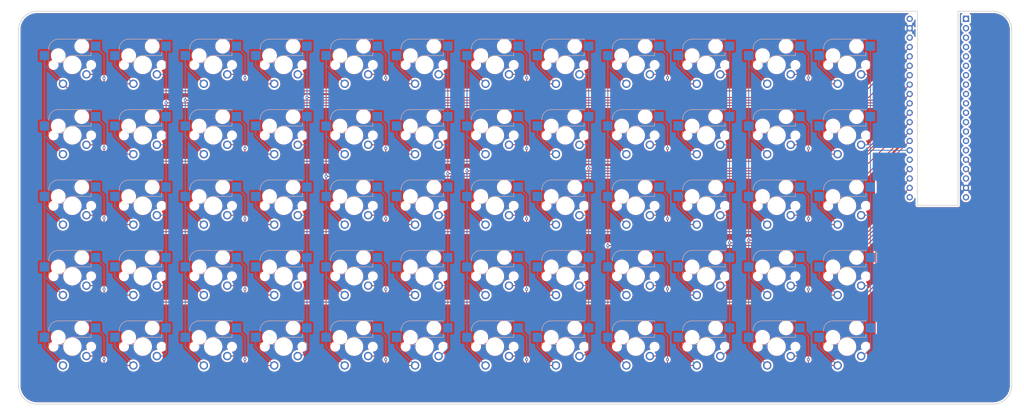
<source format=kicad_pcb>
(kicad_pcb (version 20211014) (generator pcbnew)
  (layers (0 "F.Cu" signal) (31 "B.Cu" signal) (34 "B.Paste" user) (35 "F.Paste" user) (36 "B.SilkS" user "B.Silkscreen") (37 "F.SilkS" user "F.Silkscreen") (38 "B.Mask" user) (39 "F.Mask" user) (44 "Edge.Cuts" user))
  (net 0 "")
  (net 1 "/ROW 0")
  (net 2 "/ROW 1")
  (net 3 "/ROW 2")
  (net 4 "/ROW 3")
  (net 5 "/ROW 4")
  (net 6 "Net-(D12-Pad1)")
  (net 7 "Net-(D17-Pad1)")
  (net 8 "Net-(D17-Pad2)")
  (net 9 "/COL 0")
  (net 10 "/COL 1")
  (net 11 "/COL 2")
  (net 12 "/COL 3")
  (net 13 "/COL 4")
  (net 14 "/COL 5")
  (net 15 "/COL 6")
  (net 16 "/COL 7")
  (net 17 "/COL 8")
  (net 18 "/COL 9")
  (net 19 "/COL 10")
  (net 20 "/COL 11")
  (net 21 "/UART1_TX")
  (net 22 "/UART1_RX")
  (net 25 "/SCL1")
  (net 26 "/SDA1")
  (net 28 "GND")
  (net 29 "+3V3")
  (net 31 "/~{RST}")
  (net 34 "Net-(D1-Pad1)")
  (net 35 "Net-(D1-Pad2)")
  (net 36 "Net-(D2-Pad1)")
  (net 37 "Net-(D2-Pad2)")
  (net 38 "Net-(D3-Pad1)")
  (net 39 "Net-(D3-Pad2)")
  (net 40 "Net-(D4-Pad1)")
  (net 41 "Net-(D4-Pad2)")
  (net 42 "Net-(D5-Pad1)")
  (net 43 "Net-(D5-Pad2)")
  (net 44 "Net-(D6-Pad1)")
  (net 45 "Net-(D6-Pad2)")
  (net 46 "Net-(D7-Pad1)")
  (net 47 "Net-(D7-Pad2)")
  (net 48 "Net-(D8-Pad1)")
  (net 49 "Net-(D8-Pad2)")
  (net 50 "Net-(D9-Pad1)")
  (net 51 "Net-(D9-Pad2)")
  (net 52 "Net-(D10-Pad1)")
  (net 53 "Net-(D10-Pad2)")
  (net 54 "Net-(D11-Pad1)")
  (net 55 "Net-(D11-Pad2)")
  (net 56 "Net-(D12-Pad2)")
  (net 57 "Net-(D13-Pad1)")
  (net 58 "Net-(D13-Pad2)")
  (net 59 "Net-(D14-Pad1)")
  (net 60 "Net-(D14-Pad2)")
  (net 61 "Net-(D15-Pad1)")
  (net 62 "Net-(D15-Pad2)")
  (net 63 "Net-(D16-Pad1)")
  (net 64 "Net-(D16-Pad2)")
  (net 65 "Net-(D18-Pad1)")
  (net 66 "Net-(D18-Pad2)")
  (net 67 "Net-(D19-Pad1)")
  (net 68 "Net-(D19-Pad2)")
  (net 69 "Net-(D20-Pad1)")
  (net 70 "Net-(D20-Pad2)")
  (net 71 "Net-(D21-Pad1)")
  (net 72 "Net-(D21-Pad2)")
  (net 73 "Net-(D22-Pad1)")
  (net 74 "Net-(D22-Pad2)")
  (net 75 "Net-(D23-Pad1)")
  (net 76 "Net-(D23-Pad2)")
  (net 77 "Net-(D24-Pad1)")
  (net 78 "Net-(D24-Pad2)")
  (net 79 "Net-(D25-Pad1)")
  (net 80 "Net-(D25-Pad2)")
  (net 81 "Net-(D26-Pad1)")
  (net 82 "Net-(D26-Pad2)")
  (net 83 "Net-(D27-Pad1)")
  (net 84 "Net-(D27-Pad2)")
  (net 85 "Net-(D28-Pad1)")
  (net 86 "Net-(D28-Pad2)")
  (net 87 "Net-(D29-Pad1)")
  (net 88 "Net-(D29-Pad2)")
  (net 89 "Net-(D30-Pad1)")
  (net 90 "Net-(D30-Pad2)")
  (footprint "scottcjx-keyboard_components:SOT-23" (layer "F.Cu") (at 228.6 53.6875 -90)
    (fp_text reference "D12" hide)
    (fp_text value "BAT54C")
  )
  (footprint "scottcjx-keyboard_components:MX_HS_Optional" (layer "F.Cu") (at 104.775 104.775)
    (fp_text reference "SW53")
    (fp_text value "SW_SPST" hide)
  )
  (footprint "scottcjx-keyboard_components:MX_HS_Optional" (layer "F.Cu") (at 104.775 85.725)
    (fp_text reference "SW41")
    (fp_text value "SW_SPST" hide)
  )
  (footprint "scottcjx-keyboard_components:SOT-23" (layer "F.Cu") (at 190.5 53.6875 -90)
    (fp_text reference "D11" hide)
    (fp_text value "BAT54C")
  )
  (footprint "scottcjx-keyboard_components:MX_HS_Optional" (layer "F.Cu") (at 142.875 66.675)
    (fp_text reference "SW31")
    (fp_text value "SW_SPST" hide)
  )
  (footprint "scottcjx-keyboard_components:MX_HS_Optional" (layer "F.Cu") (at 66.675 104.775)
    (fp_text reference "SW51")
    (fp_text value "SW_SPST" hide)
  )
  (footprint "scottcjx-keyboard_components:MX_HS_Optional" (layer "F.Cu") (at 85.725 85.725)
    (fp_text reference "SW40")
    (fp_text value "SW_SPST" hide)
  )
  (footprint "scottcjx-keyboard_components:MX_HS_Optional" (layer "F.Cu") (at 180.975 85.725)
    (fp_text reference "SW45")
    (fp_text value "SW_SPST" hide)
  )
  (footprint "scottcjx-keyboard_components:MX_HS_Optional" (layer "F.Cu") (at 200.025 104.775)
    (fp_text reference "SW58")
    (fp_text value "SW_SPST" hide)
  )
  (footprint "scottcjx-keyboard_components:MX_HS_Optional" (layer "F.Cu") (at 47.625 66.675)
    (fp_text reference "SW26")
    (fp_text value "SW_SPST" hide)
  )
  (footprint "scottcjx-keyboard_components:SOT-23" (layer "F.Cu") (at 152.4 110.8375 -90)
    (fp_text reference "D28" hide)
    (fp_text value "BAT54C")
  )
  (footprint "scottcjx-keyboard_components:SOT-23" (layer "F.Cu") (at 38.1 72.7375 -90)
    (fp_text reference "D13" hide)
    (fp_text value "BAT54C")
  )
  (footprint "scottcjx-keyboard_components:MX_HS_Optional" (layer "F.Cu") (at 104.775 66.675)
    (fp_text reference "SW29")
    (fp_text value "SW_SPST" hide)
  )
  (footprint "scottcjx-keyboard_components:SOT-23" (layer "F.Cu") (at 114.3 110.8375 -90)
    (fp_text reference "D27" hide)
    (fp_text value "BAT54C")
  )
  (footprint "scottcjx-keyboard_components:MX_HS_Optional" (layer "F.Cu") (at 123.825 47.625)
    (fp_text reference "SW18")
    (fp_text value "SW_SPST" hide)
  )
  (footprint "scottcjx-keyboard_components:MX_HS_Optional" (layer "F.Cu") (at 66.675 85.725)
    (fp_text reference "SW39")
    (fp_text value "SW_SPST" hide)
  )
  (footprint "scottcjx-keyboard_components:MX_HS_Optional" (layer "F.Cu") (at 161.925 47.625)
    (fp_text reference "SW20")
    (fp_text value "SW_SPST" hide)
  )
  (footprint "scottcjx-keyboard_components:MX_HS_Optional" (layer "F.Cu") (at 104.775 28.575)
    (fp_text reference "SW5")
    (fp_text value "SW_SPST" hide)
  )
  (footprint "scottcjx-keyboard_components:MX_HS_Optional" (layer "F.Cu") (at 66.675 47.625)
    (fp_text reference "SW15")
    (fp_text value "SW_SPST" hide)
  )
  (footprint "scottcjx-keyboard_components:SOT-23" (layer "F.Cu") (at 38.1 91.7875 -90)
    (fp_text reference "D19" hide)
    (fp_text value "BAT54C")
  )
  (footprint "scottcjx-keyboard_components:MX_HS_Optional" (layer "F.Cu") (at 142.875 85.725)
    (fp_text reference "SW43")
    (fp_text value "SW_SPST" hide)
  )
  (footprint "scottcjx-keyboard_components:MX_HS_Optional" (layer "F.Cu") (at 123.825 85.725)
    (fp_text reference "SW42")
    (fp_text value "SW_SPST" hide)
  )
  (footprint "scottcjx-keyboard_components:MX_HS_Optional" (layer "F.Cu") (at 28.575 47.625)
    (fp_text reference "SW13")
    (fp_text value "SW_SPST" hide)
  )
  (footprint "scottcjx-keyboard_components:MX_HS_Optional" (layer "F.Cu") (at 85.725 104.775)
    (fp_text reference "SW52")
    (fp_text value "SW_SPST" hide)
  )
  (footprint "scottcjx-keyboard_components:SOT-23" (layer "F.Cu") (at 76.2 91.7875 -90)
    (fp_text reference "D20" hide)
    (fp_text value "BAT54C")
  )
  (footprint "scottcjx-keyboard_components:MX_HS_Optional" (layer "F.Cu") (at 219.075 104.775)
    (fp_text reference "SW59")
    (fp_text value "SW_SPST" hide)
  )
  (footprint "scottcjx-keyboard_components:MX_HS_Optional" (layer "F.Cu") (at 200.025 66.675)
    (fp_text reference "SW34")
    (fp_text value "SW_SPST" hide)
  )
  (footprint "scottcjx-keyboard_components:MX_HS_Optional" (layer "F.Cu") (at 200.025 85.725)
    (fp_text reference "SW46")
    (fp_text value "SW_SPST" hide)
  )
  (footprint "scottcjx-keyboard_components:MX_HS_Optional" (layer "F.Cu") (at 180.975 104.775)
    (fp_text reference "SW57")
    (fp_text value "SW_SPST" hide)
  )
  (footprint "scottcjx-graphics:muffin_glasses_fp" (layer "F.Cu") (at 262.6 95.1)
    (fp_text reference "G***" hide)
    (fp_text value "LOGO" hide)
  )
  (footprint "scottcjx-keyboard_components:MX_HS_Optional" (layer "F.Cu") (at 219.075 47.625)
    (fp_text reference "SW23")
    (fp_text value "SW_SPST" hide)
  )
  (footprint "scottcjx-keyboard_components:SOT-23" (layer "F.Cu") (at 76.2 110.8375 -90)
    (fp_text reference "D26" hide)
    (fp_text value "BAT54C")
  )
  (footprint "scottcjx-keyboard_components:MX_HS_Optional" (layer "F.Cu") (at 219.075 28.575)
    (fp_text reference "SW11")
    (fp_text value "SW_SPST" hide)
  )
  (footprint "scottcjx-keyboard_components:MX_HS_Optional" (layer "F.Cu") (at 104.775 47.625)
    (fp_text reference "SW17")
    (fp_text value "SW_SPST" hide)
  )
  (footprint "scottcjx-keyboard_components:MX_HS_Optional" (layer "F.Cu") (at 47.625 85.725)
    (fp_text reference "SW38")
    (fp_text value "SW_SPST" hide)
  )
  (footprint "scottcjx-keyboard_components:MX_HS_Optional" (layer "F.Cu") (at 161.925 66.675)
    (fp_text reference "SW32")
    (fp_text value "SW_SPST" hide)
  )
  (footprint "scottcjx-keyboard_components:SOT-23" (layer "F.Cu") (at 76.2 34.6375 -90)
    (fp_text reference "D2" hide)
    (fp_text value "BAT54C")
  )
  (footprint "scottcjx-keyboard_components:MX_HS_Optional" (layer "F.Cu") (at 123.825 28.575)
    (fp_text reference "SW6")
    (fp_text value "SW_SPST" hide)
  )
  (footprint "scottcjx-keyboard_components:SOT-23" (layer "F.Cu") (at 114.3 53.6875 -90)
    (fp_text reference "D9" hide)
    (fp_text value "BAT54C")
  )
  (footprint "scottcjx-keyboard_components:SOT-23" (layer "F.Cu") (at 228.6 34.6375 -90)
    (fp_text reference "D6" hide)
    (fp_text value "BAT54C")
  )
  (footprint "scottcjx-keyboard_components:MX_HS_Optional" (layer "F.Cu") (at 142.875 47.625)
    (fp_text reference "SW19")
    (fp_text value "SW_SPST" hide)
  )
  (footprint "scottcjx-keyboard_components:MX_HS_Optional" (layer "F.Cu") (at 123.825 66.675)
    (fp_text reference "SW30")
    (fp_text value "SW_SPST" hide)
  )
  (footprint "scottcjx-keyboard_components:MX_HS_Optional" (layer "F.Cu") (at 200.025 47.625)
    (fp_text reference "SW22")
    (fp_text value "SW_SPST" hide)
  )
  (footprint "scottcjx-keyboard_components:MX_HS_Optional" (layer "F.Cu") (at 238.125 47.625)
    (fp_text reference "SW24")
    (fp_text value "SW_SPST" hide)
  )
  (footprint "scottcjx-keyboard_components:MX_HS_Optional" (layer "F.Cu") (at 238.125 66.675)
    (fp_text reference "SW36")
    (fp_text value "SW_SPST" hide)
  )
  (footprint "scottcjx-keyboard_components:SOT-23" (layer "F.Cu") (at 152.4 72.7375 -90)
    (fp_text reference "D16" hide)
    (fp_text value "BAT54C")
  )
  (footprint "scottcjx-keyboard_components:SOT-23" (layer "F.Cu") (at 228.6 110.8375 -90)
    (fp_text reference "D30" hide)
    (fp_text value "BAT54C")
  )
  (footprint "scottcjx-keyboard_components:MX_HS_Optional" (layer "F.Cu") (at 219.075 85.725)
    (fp_text reference "SW47")
    (fp_text value "SW_SPST" hide)
  )
  (footprint "scottcjx-keyboard_components:MX_HS_Optional" (layer "F.Cu") (at 66.675 28.575)
    (fp_text reference "SW3")
    (fp_text value "SW_SPST" hide)
  )
  (footprint "scottcjx-keyboard_components:SOT-23" (layer "F.Cu") (at 114.3 91.7875 -90)
    (fp_text reference "D21" hide)
    (fp_text value "BAT54C")
  )
  (footprint "scottcjx-keyboard_components:MX_HS_Optional" (layer "F.Cu") (at 180.975 66.675)
    (fp_text reference "SW33")
    (fp_text value "SW_SPST" hide)
  )
  (footprint "scottcjx-keyboard_components:MX_HS_Optional" (layer "F.Cu") (at 28.575 85.725)
    (fp_text reference "SW37")
    (fp_text value "SW_SPST" hide)
  )
  (footprint "scottcjx-keyboard_components:MX_HS_Optional" (layer "F.Cu") (at 142.875 28.575)
    (fp_text reference "SW7")
    (fp_text value "SW_SPST" hide)
  )
  (footprint "scottcjx-keyboard_components:SOT-23" (layer "F.Cu") (at 114.3 34.6375 -90)
    (fp_text reference "D3" hide)
    (fp_text value "BAT54C")
  )
  (footprint "scottcjx-keyboard_components:SOT-23" (layer "F.Cu") (at 76.2 53.6875 -90)
    (fp_text reference "D8" hide)
    (fp_text value "BAT54C")
  )
  (footprint "scottcjx-keyboard_components:MX_HS_Optional" (layer "F.Cu") (at 219.075 66.675)
    (fp_text reference "SW35")
    (fp_text value "SW_SPST" hide)
  )
  (footprint "scottcjx-keyboard_components:SOT-23" (layer "F.Cu") (at 152.4 34.6375 -90)
    (fp_text reference "D4" hide)
    (fp_text value "BAT54C")
  )
  (footprint "scottcjx-keyboard_components:SOT-23" (layer "F.Cu") (at 114.3 72.7375 -90)
    (fp_text reference "D15" hide)
    (fp_text value "BAT54C")
  )
  (footprint "scottcjx-keyboard_components:MX_HS_Optional" (layer "F.Cu") (at 161.925 28.575)
    (fp_text reference "SW8")
    (fp_text value "SW_SPST" hide)
  )
  (footprint "scottcjx-keyboard_components:MX_HS_Optional" (layer "F.Cu") (at 161.925 104.775)
    (fp_text reference "SW56")
    (fp_text value "SW_SPST" hide)
  )
  (footprint "scottcjx-keyboard_components:MX_HS_Optional" (layer "F.Cu") (at 47.625 104.775)
    (fp_text reference "SW50")
    (fp_text value "SW_SPST" hide)
  )
  (footprint "scottcjx-keyboard_components:SOT-23" (layer "F.Cu") (at 152.4 91.7875 -90)
    (fp_text reference "D22" hide)
    (fp_text value "BAT54C")
  )
  (footprint "scottcjx-keyboard_components:MX_HS_Optional" (layer "F.Cu") (at 123.825 104.775)
    (fp_text reference "SW54")
    (fp_text value "SW_SPST" hide)
  )
  (footprint "scottcjx-keyboard_components:SOT-23" (layer "F.Cu") (at 38.1 34.6375 -90)
    (fp_text reference "D1" hide)
    (fp_text value "BAT54C")
  )
  (footprint "scottcjx-keyboard_components:SOT-23" (layer "F.Cu") (at 228.6 91.7875 -90)
    (fp_text reference "D24" hide)
    (fp_text value "BAT54C")
  )
  (footprint "scottcjx-keyboard_components:SOT-23" (layer "F.Cu") (at 38.1 110.8375 -90)
    (fp_text reference "D25" hide)
    (fp_text value "BAT54C")
  )
  (footprint "scottcjx-keyboard_components:MX_HS_Optional" (layer "F.Cu") (at 238.125 28.575)
    (fp_text reference "SW12")
    (fp_text value "SW_SPST" hide)
  )
  (footprint "scottcjx-keyboard_components:MX_HS_Optional" (layer "F.Cu") (at 85.725 47.625)
    (fp_text reference "SW16")
    (fp_text value "SW_SPST" hide)
  )
  (footprint "scottcjx-keyboard_components:MX_HS_Optional" (layer "F.Cu") (at 28.575 66.675)
    (fp_text reference "SW25")
    (fp_text value "SW_SPST" hide)
  )
  (footprint "scottcjx-keyboard_components:MX_HS_Optional" (layer "F.Cu") (at 28.575 28.575)
    (fp_text reference "SW1")
    (fp_text value "SW_SPST" hide)
  )
  (footprint "scottcjx-keyboard_components:MX_HS_Optional" (layer "F.Cu") (at 28.575 104.775)
    (fp_text reference "SW49")
    (fp_text value "SW_SPST" hide)
  )
  (footprint "scottcjx-keyboard_components:MX_HS_Optional" (layer "F.Cu") (at 47.625 47.625)
    (fp_text reference "SW14")
    (fp_text value "SW_SPST" hide)
  )
  (footprint "scottcjx-keyboard_components:SOT-23" (layer "F.Cu") (at 76.2 72.7375 -90)
    (fp_text reference "D14" hide)
    (fp_text value "BAT54C")
  )
  (footprint "scottcjx-keyboard_components:MX_HS_Optional" (layer "F.Cu") (at 161.925 85.725)
    (fp_text reference "SW44")
    (fp_text value "SW_SPST" hide)
  )
  (footprint "scottcjx-keyboard_components:SOT-23" (layer "F.Cu") (at 190.5 91.7875 -90)
    (fp_text reference "D23" hide)
    (fp_text value "BAT54C")
  )
  (footprint "scottcjx-keyboard_components:MX_HS_Optional" (layer "F.Cu") (at 47.625 28.575)
    (fp_text reference "SW2")
    (fp_text value "SW_SPST" hide)
  )
  (footprint "scottcjx-keyboard_components:SOT-23" (layer "F.Cu") (at 190.5 72.7375 -90)
    (fp_text reference "D17" hide)
    (fp_text value "BAT54C")
  )
  (footprint "scottcjx-keyboard_components:SOT-23" (layer "F.Cu") (at 152.4 53.6875 -90)
    (fp_text reference "D10" hide)
    (fp_text value "BAT54C")
  )
  (footprint "scottcjx-keyboard_components:SOT-23" (layer "F.Cu") (at 190.5 34.6375 -90)
    (fp_text reference "D5" hide)
    (fp_text value "BAT54C")
  )
  (footprint "scottcjx-keyboard_components:MX_HS_Optional" (layer "F.Cu") (at 142.875 104.775)
    (fp_text reference "SW55")
    (fp_text value "SW_SPST" hide)
  )
  (footprint "scottcjx-keyboard_components:MX_HS_Optional" (layer "F.Cu") (at 238.125 85.725)
    (fp_text reference "SW48")
    (fp_text value "SW_SPST" hide)
  )
  (footprint "scottcjx-keyboard_components:MX_HS_Optional" (layer "F.Cu") (at 200.025 28.575)
    (fp_text reference "SW10")
    (fp_text value "SW_SPST" hide)
  )
  (footprint "scottcjx-keyboard_components:SOT-23" (layer "F.Cu") (at 38.1 53.6875 -90)
    (fp_text reference "D7" hide)
    (fp_text value "BAT54C")
  )
  (footprint "scottcjx-keyboard_components:SOT-23" (layer "F.Cu") (at 228.6 72.7375 -90)
    (fp_text reference "D18" hide)
    (fp_text value "BAT54C")
  )
  (footprint "scottcjx-keyboard_components:MX_HS_Optional" (layer "F.Cu") (at 180.975 47.625)
    (fp_text reference "SW21")
    (fp_text value "SW_SPST" hide)
  )
  (footprint "scottcjx-keyboard_components:MX_HS_Optional" (layer "F.Cu") (at 66.675 66.675)
    (fp_text reference "SW27")
    (fp_text value "SW_SPST" hide)
  )
  (footprint "scottcjx-keyboard_components:MX_HS_Optional" (layer "F.Cu") (at 238.125 104.775)
    (fp_text reference "SW60")
    (fp_text value "SW_SPST" hide)
  )
  (footprint "scottcjx-keyboard_components:MX_HS_Optional" (layer "F.Cu") (at 85.725 66.675)
    (fp_text reference "SW28")
    (fp_text value "SW_SPST" hide)
  )
  (footprint "scottcjx-keyboard_components:MX_HS_Optional" (layer "F.Cu") (at 85.725 28.575)
    (fp_text reference "SW4")
    (fp_text value "SW_SPST" hide)
  )
  (footprint "scottcjx-keyboard_components:MX_HS_Optional" (layer "F.Cu") (at 180.975 28.575)
    (fp_text reference "SW9")
    (fp_text value "SW_SPST" hide)
  )
  (footprint "scottcjx-keyboard_components:SOT-23" (layer "F.Cu") (at 190.5 110.8375 -90)
    (fp_text reference "D29" hide)
    (fp_text value "BAT54C")
  )
  (footprint "scottcjx-keyboard_components:WeAct_BlackPill_2" (layer "B.Cu") (at 270.3 16.1 180)
    (fp_text reference "U1" hide)
    (fp_text value "WeAct_BlackPill" hide)
  )
  (gr_arc (start 14.05 19.05) (mid 15.514466 15.514466) (end 19.05 14.05) (layer "Edge.Cuts") (width 0.2))
  (gr_line (start 14.05 19.05) (end 14.05 115.3) (layer "Edge.Cuts") (width 0.2))
  (gr_line (start 268.15 14.05) (end 268.15 66.55) (layer "Edge.Cuts") (width 0.2))
  (gr_line (start 19.05 120.3) (end 277.65 120.3) (layer "Edge.Cuts") (width 0.2))
  (gr_line (start 257.15 66.55) (end 257.15 14.05) (layer "Edge.Cuts") (width 0.2))
  (gr_arc (start 19.05 120.3) (mid 15.514466 118.835534) (end 14.05 115.3) (layer "Edge.Cuts") (width 0.2))
  (gr_line (start 257.15 14.05) (end 19.05 14.05) (layer "Edge.Cuts") (width 0.2))
  (gr_arc (start 282.65 115.3) (mid 281.185534 118.835534) (end 277.65 120.3) (layer "Edge.Cuts") (width 0.2))
  (gr_line (start 282.65 115.3) (end 282.65 19.05) (layer "Edge.Cuts") (width 0.2))
  (gr_line (start 277.65 14.05) (end 268.15 14.05) (layer "Edge.Cuts") (width 0.2))
  (gr_arc (start 277.65 14.05) (mid 281.185534 15.514466) (end 282.65 19.05) (layer "Edge.Cuts") (width 0.2))
  (gr_line (start 268.15 66.55) (end 257.15 66.55) (layer "Edge.Cuts") (width 0.2))
  (segment (start 243.205 35.575) (end 255.06 23.72) (width 0.25) (layer "F.Cu") (net 1))
  (segment (start 228.6 35.575) (end 243.205 35.575) (width 0.25) (layer "F.Cu") (net 1))
  (segment (start 38.1 35.575) (end 228.6 35.575) (width 0.25) (layer "F.Cu") (net 1))
  (segment (start 228.6 54.625) (end 38.1 54.625) (width 0.25) (layer "F.Cu") (net 2))
  (segment (start 252.4 42.463604) (end 240.238604 54.625) (width 0.25) (layer "F.Cu") (net 2))
  (segment (start 252.4 39.08) (end 252.4 42.463604) (width 0.25) (layer "F.Cu") (net 2))
  (segment (start 240.238604 54.625) (end 228.6 54.625) (width 0.25) (layer "F.Cu") (net 2))
  (segment (start 255.06 36.42) (end 252.4 39.08) (width 0.25) (layer "F.Cu") (net 2))
  (segment (start 246.3 57.88) (end 246.3 71.2) (width 0.25) (layer "F.Cu") (net 3))
  (segment (start 246.3 71.2) (end 243.825 73.675) (width 0.25) (layer "F.Cu") (net 3))
  (segment (start 243.825 73.675) (end 228.6 73.675) (width 0.25) (layer "F.Cu") (net 3))
  (segment (start 255.06 49.12) (end 246.3 57.88) (width 0.25) (layer "F.Cu") (net 3))
  (segment (start 38.1 73.675) (end 228.6 73.675) (width 0.25) (layer "F.Cu") (net 3))
  (segment (start 272.9 59.34) (end 270.3 56.74) (width 0.25) (layer "F.Cu") (net 4))
  (segment (start 241.075 92.725) (end 245.9 87.9) (width 0.25) (layer "F.Cu") (net 4))
  (segment (start 245.9 76.5) (end 253.5 68.9) (width 0.25) (layer "F.Cu") (net 4))
  (segment (start 228.6 92.725) (end 38.1 92.725) (width 0.25) (layer "F.Cu") (net 4))
  (segment (start 228.6 92.725) (end 241.075 92.725) (width 0.25) (layer "F.Cu") (net 4))
  (segment (start 253.5 68.9) (end 269.9 68.9) (width 0.25) (layer "F.Cu") (net 4))
  (segment (start 272.9 65.9) (end 272.9 59.34) (width 0.25) (layer "F.Cu") (net 4))
  (segment (start 245.9 87.9) (end 245.9 76.5) (width 0.25) (layer "F.Cu") (net 4))
  (segment (start 269.9 68.9) (end 272.9 65.9) (width 0.25) (layer "F.Cu") (net 4))
  (segment (start 273.5 57.4) (end 273.5 66.2) (width 0.25) (layer "F.Cu") (net 5))
  (segment (start 38.1 111.775) (end 228.6 111.775) (width 0.25) (layer "F.Cu") (net 5))
  (segment (start 270.1 69.6) (end 253.6 69.6) (width 0.25) (layer "F.Cu") (net 5))
  (segment (start 246.5 76.7) (end 246.5 105.9) (width 0.25) (layer "F.Cu") (net 5))
  (segment (start 270.3 54.2) (end 273.5 57.4) (width 0.25) (layer "F.Cu") (net 5))
  (segment (start 273.5 66.2) (end 270.1 69.6) (width 0.25) (layer "F.Cu") (net 5))
  (segment (start 240.625 111.775) (end 228.6 111.775) (width 0.25) (layer "F.Cu") (net 5))
  (segment (start 253.6 69.6) (end 246.5 76.7) (width 0.25) (layer "F.Cu") (net 5))
  (segment (start 246.5 105.9) (end 240.625 111.775) (width 0.25) (layer "F.Cu") (net 5))
  (segment (start 229.595 52.705) (end 235.585 52.705) (width 0.25) (layer "F.Cu") (net 6))
  (segment (start 229.55 52.75) (end 229.595 52.705) (width 0.25) (layer "F.Cu") (net 6))
  (segment (start 230.565 47.685) (end 235.585 52.705) (width 0.25) (layer "B.Cu") (net 6))
  (segment (start 230.565 45.085) (end 230.565 47.685) (width 0.25) (layer "B.Cu") (net 6))
  (segment (start 191.495 71.755) (end 197.485 71.755) (width 0.25) (layer "F.Cu") (net 7))
  (segment (start 191.45 71.8) (end 191.495 71.755) (width 0.25) (layer "F.Cu") (net 7))
  (segment (start 192.465 64.135) (end 192.465 66.735) (width 0.25) (layer "B.Cu") (net 7))
  (segment (start 192.465 66.735) (end 197.485 71.755) (width 0.25) (layer "B.Cu") (net 7))
  (segment (start 189.55 71.8) (end 186.965 69.215) (width 0.25) (layer "F.Cu") (net 8))
  (segment (start 189.55 70.15) (end 189.55 71.8) (width 0.25) (layer "F.Cu") (net 8))
  (segment (start 186.965 69.215) (end 184.785 69.215) (width 0.25) (layer "F.Cu") (net 8))
  (via (at 189.55 70.15) (size 0.8) (drill 0.4) (layers "F.Cu" "B.Cu") (net 8))
  (segment (start 187.265 61.595) (end 189.55 63.88) (width 0.25) (layer "B.Cu") (net 8))
  (segment (start 189.55 63.88) (end 189.55 70.15) (width 0.25) (layer "B.Cu") (net 8))
  (segment (start 26.035 33.655) (end 31.93 39.55) (width 0.25) (layer "F.Cu") (net 9))
  (segment (start 31.93 39.55) (end 249.39 39.55) (width 0.25) (layer "F.Cu") (net 9))
  (segment (start 249.39 39.55) (end 255.06 33.88) (width 0.25) (layer "F.Cu") (net 9))
  (segment (start 21.015 26.035) (end 21.015 102.235) (width 0.25) (layer "B.Cu") (net 9))
  (segment (start 21.015 102.235) (end 21.015 104.835) (width 0.25) (layer "B.Cu") (net 9))
  (segment (start 21.015 83.185) (end 21.015 85.785) (width 0.25) (layer "B.Cu") (net 9))
  (segment (start 21.015 104.835) (end 26.035 109.855) (width 0.25) (layer "B.Cu") (net 9))
  (segment (start 21.015 28.635) (end 26.035 33.655) (width 0.25) (layer "B.Cu") (net 9))
  (segment (start 21.015 66.735) (end 26.035 71.755) (width 0.25) (layer "B.Cu") (net 9))
  (segment (start 21.015 47.685) (end 26.035 52.705) (width 0.25) (layer "B.Cu") (net 9))
  (segment (start 21.015 85.785) (end 26.035 90.805) (width 0.25) (layer "B.Cu") (net 9))
  (segment (start 21.015 26.035) (end 21.015 28.635) (width 0.25) (layer "B.Cu") (net 9))
  (segment (start 21.015 64.135) (end 21.015 66.735) (width 0.25) (layer "B.Cu") (net 9))
  (segment (start 21.015 45.085) (end 21.015 47.685) (width 0.25) (layer "B.Cu") (net 9))
  (segment (start 53.930901 38.8255) (end 247.5745 38.8255) (width 0.25) (layer "F.Cu") (net 10))
  (segment (start 247.5745 38.8255) (end 255.06 31.34) (width 0.25) (layer "F.Cu") (net 10))
  (via (at 53.930901 38.8255) (size 0.8) (drill 0.4) (layers "F.Cu" "B.Cu") (net 10))
  (segment (start 53.930901 99.710901) (end 53.930901 106.435545) (width 0.25) (layer "B.Cu") (net 10))
  (segment (start 53.915 23.495) (end 53.930901 23.510901) (width 0.25) (layer "B.Cu") (net 10))
  (segment (start 51.435 88.265) (end 53.926802 88.265) (width 0.25) (layer "B.Cu") (net 10))
  (segment (start 53.930901 99.679099) (end 53.915 99.695) (width 0.25) (layer "B.Cu") (net 10))
  (segment (start 53.930901 39.069099) (end 53.930901 50.169099) (width 0.25) (layer "B.Cu") (net 10))
  (segment (start 53.930901 23.510901) (end 53.930901 31.069099) (width 0.25) (layer "B.Cu") (net 10))
  (segment (start 53.846802 69.215) (end 53.930901 69.130901) (width 0.25) (layer "B.Cu") (net 10))
  (segment (start 51.435 69.215) (end 53.846802 69.215) (width 0.25) (layer "B.Cu") (net 10))
  (segment (start 53.915 99.695) (end 53.930901 99.710901) (width 0.25) (layer "B.Cu") (net 10))
  (segment (start 53.930901 106.435545) (end 53.051446 107.315) (width 0.25) (layer "B.Cu") (net 10))
  (segment (start 53.885 31.115) (end 53.930901 31.069099) (width 0.25) (layer "B.Cu") (net 10))
  (segment (start 53.926802 88.265) (end 53.930901 88.269099) (width 0.25) (layer "B.Cu") (net 10))
  (segment (start 53.926802 50.165) (end 53.930901 50.169099) (width 0.25) (layer "B.Cu") (net 10))
  (segment (start 51.435 31.115) (end 53.885 31.115) (width 0.25) (layer "B.Cu") (net 10))
  (segment (start 51.435 50.165) (end 53.926802 50.165) (width 0.25) (layer "B.Cu") (net 10))
  (segment (start 53.051446 107.315) (end 51.435 107.315) (width 0.25) (layer "B.Cu") (net 10))
  (segment (start 53.930901 69.130901) (end 53.930901 88.269099) (width 0.25) (layer "B.Cu") (net 10))
  (segment (start 53.930901 50.169099) (end 53.930901 69.130901) (width 0.25) (layer "B.Cu") (net 10))
  (segment (start 53.930901 39.069099) (end 53.930901 38.8255) (width 0.25) (layer "B.Cu") (net 10))
  (segment (start 53.930901 88.269099) (end 53.930901 99.679099) (width 0.25) (layer "B.Cu") (net 10))
  (segment (start 53.930901 31.069099) (end 53.930901 39.069099) (width 0.25) (layer "B.Cu") (net 10))
  (segment (start 255.06 28.8) (end 245.759 38.101) (width 0.25) (layer "F.Cu") (net 11))
  (segment (start 245.759 38.101) (end 59.115 38.101) (width 0.25) (layer "F.Cu") (net 11))
  (via (at 59.115 38.101) (size 0.8) (drill 0.4) (layers "F.Cu" "B.Cu") (net 11))
  (segment (start 59.115 85.785) (end 64.135 90.805) (width 0.25) (layer "B.Cu") (net 11))
  (segment (start 59.115 83.185) (end 59.115 85.785) (width 0.25) (layer "B.Cu") (net 11))
  (segment (start 59.115 26.035) (end 59.115 28.635) (width 0.25) (layer "B.Cu") (net 11))
  (segment (start 59.115 38.115) (end 59.115 26.035) (width 0.25) (layer "B.Cu") (net 11))
  (segment (start 59.115 47.685) (end 64.135 52.705) (width 0.25) (layer "B.Cu") (net 11))
  (segment (start 59.115 64.135) (end 59.115 66.735) (width 0.25) (layer "B.Cu") (net 11))
  (segment (start 59.115 38.115) (end 59.115 38.101) (width 0.25) (layer "B.Cu") (net 11))
  (segment (start 59.115 66.735) (end 64.135 71.755) (width 0.25) (layer "B.Cu") (net 11))
  (segment (start 59.115 102.235) (end 59.115 104.835) (width 0.25) (layer "B.Cu") (net 11))
  (segment (start 59.115 45.085) (end 59.115 47.685) (width 0.25) (layer "B.Cu") (net 11))
  (segment (start 59.115 104.835) (end 64.135 109.855) (width 0.25) (layer "B.Cu") (net 11))
  (segment (start 59.115 28.635) (end 64.135 33.655) (width 0.25) (layer "B.Cu") (net 11))
  (segment (start 59.115 102.235) (end 59.115 38.115) (width 0.25) (layer "B.Cu") (net 11))
  (segment (start 243.9435 37.3765) (end 92.030901 37.3765) (width 0.25) (layer "F.Cu") (net 12))
  (segment (start 255.06 26.26) (end 243.9435 37.3765) (width 0.25) (layer "F.Cu") (net 12))
  (via (at 92.030901 37.3765) (size 0.8) (drill 0.4) (layers "F.Cu" "B.Cu") (net 12))
  (segment (start 92.030901 31.230901) (end 91.915 31.115) (width 0.25) (layer "B.Cu") (net 12))
  (segment (start 91.915 31.115) (end 89.535 31.115) (width 0.25) (layer "B.Cu") (net 12))
  (segment (start 92.030901 69.130901) (end 92.030901 50.130901) (width 0.25) (layer "B.Cu") (net 12))
  (segment (start 92.015 99.695) (end 92.030901 99.679099) (width 0.25) (layer "B.Cu") (net 12))
  (segment (start 90.585 107.315) (end 89.535 107.315) (width 0.25) (layer "B.Cu") (net 12))
  (segment (start 92.030901 23.510901) (end 92.015 23.495) (width 0.25) (layer "B.Cu") (net 12))
  (segment (start 92.030901 37.369099) (end 92.030901 31.230901) (width 0.25) (layer "B.Cu") (net 12))
  (segment (start 92.030901 31.230901) (end 92.030901 23.510901) (width 0.25) (layer "B.Cu") (net 12))
  (segment (start 92.030901 37.369099) (end 92.030901 37.3765) (width 0.25) (layer "B.Cu") (net 12))
  (segment (start 92.030901 69.130901) (end 91.946802 69.215) (width 0.25) (layer "B.Cu") (net 12))
  (segment (start 92.030901 105.869099) (end 90.585 107.315) (width 0.25) (layer "B.Cu") (net 12))
  (segment (start 92.030901 99.710901) (end 92.030901 105.869099) (width 0.25) (layer "B.Cu") (net 12))
  (segment (start 92.030901 50.130901) (end 92.030901 37.369099) (width 0.25) (layer "B.Cu") (net 12))
  (segment (start 92.015 99.695) (end 92.030901 99.710901) (width 0.25) (layer "B.Cu") (net 12))
  (segment (start 92.030901 50.130901) (end 91.996802 50.165) (width 0.25) (layer "B.Cu") (net 12))
  (segment (start 91.996802 50.165) (end 89.535 50.165) (width 0.25) (layer "B.Cu") (net 12))
  (segment (start 91.946802 69.215) (end 89.535 69.215) (width 0.25) (layer "B.Cu") (net 12))
  (segment (start 92.030901 99.679099) (end 92.030901 69.130901) (width 0.25) (layer "B.Cu") (net 12))
  (segment (start 255.06 46.58) (end 242.955 58.685) (width 0.25) (layer "F.Cu") (net 13))
  (segment (start 242.955 58.685) (end 97.215 58.685) (width 0.25) (layer "F.Cu") (net 13))
  (via (at 97.215 58.685) (size 0.8) (drill 0.4) (layers "F.Cu" "B.Cu") (net 13))
  (segment (start 97.215 28.635) (end 102.235 33.655) (width 0.25) (layer "B.Cu") (net 13))
  (segment (start 97.215 104.835) (end 102.235 109.855) (width 0.25) (layer "B.Cu") (net 13))
  (segment (start 97.215 47.685) (end 102.235 52.705) (width 0.25) (layer "B.Cu") (net 13))
  (segment (start 97.215 45.085) (end 97.215 64.135) (width 0.25) (layer "B.Cu") (net 13))
  (segment (start 97.215 45.085) (end 97.215 47.685) (width 0.25) (layer "B.Cu") (net 13))
  (segment (start 97.215 102.235) (end 97.215 104.835) (width 0.25) (layer "B.Cu") (net 13))
  (segment (start 97.215 64.135) (end 97.215 66.735) (width 0.25) (layer "B.Cu") (net 13))
  (segment (start 97.215 85.785) (end 102.235 90.805) (width 0.25) (layer "B.Cu") (net 13))
  (segment (start 97.215 26.035) (end 97.215 28.635) (width 0.25) (layer "B.Cu") (net 13))
  (segment (start 97.215 102.235) (end 97.215 26.035) (width 0.25) (layer "B.Cu") (net 13))
  (segment (start 97.215 83.185) (end 97.215 85.785) (width 0.25) (layer "B.Cu") (net 13))
  (segment (start 97.215 66.735) (end 102.235 71.755) (width 0.25) (layer "B.Cu") (net 13))
  (segment (start 255.06 44.04) (end 241.1395 57.9605) (width 0.25) (layer "F.Cu") (net 14))
  (segment (start 241.1395 57.9605) (end 130.130901 57.9605) (width 0.25) (layer "F.Cu") (net 14))
  (via (at 130.130901 57.9605) (size 0.8) (drill 0.4) (layers "F.Cu" "B.Cu") (net 14))
  (segment (start 130.130901 50.230901) (end 130.130901 58.030901) (width 0.25) (layer "B.Cu") (net 14))
  (segment (start 130.130901 58.030901) (end 130.130901 69.230901) (width 0.25) (layer "B.Cu") (net 14))
  (segment (start 130.130901 105.282785) (end 128.098686 107.315) (width 0.25) (layer "B.Cu") (net 14))
  (segment (start 130.115 23.495) (end 130.130901 23.510901) (width 0.25) (layer "B.Cu") (net 14))
  (segment (start 128.098686 107.315) (end 127.635 107.315) (width 0.25) (layer "B.Cu") (net 14))
  (segment (start 130.130901 23.510901) (end 130.130901 31.130901) (width 0.25) (layer "B.Cu") (net 14))
  (segment (start 127.635 50.165) (end 130.065 50.165) (width 0.25) (layer "B.Cu") (net 14))
  (segment (start 130.130901 31.130901) (end 130.130901 50.230901) (width 0.25) (layer "B.Cu") (net 14))
  (segment (start 130.130901 58.030901) (end 130.130901 57.9605) (width 0.25) (layer "B.Cu") (net 14))
  (segment (start 130.130901 69.230901) (end 130.130901 88.230901) (width 0.25) (layer "B.Cu") (net 14))
  (segment (start 130.115 69.215) (end 130.130901 69.230901) (width 0.25) (layer "B.Cu") (net 14))
  (segment (start 130.115 99.695) (end 130.130901 99.710901) (width 0.25) (layer "B.Cu") (net 14))
  (segment (start 130.065 50.165) (end 130.130901 50.230901) (width 0.25) (layer "B.Cu") (net 14))
  (segment (start 127.635 31.115) (end 130.115 31.115) (width 0.25) (layer "B.Cu") (net 14))
  (segment (start 130.130901 99.710901) (end 130.130901 105.282785) (width 0.25) (layer "B.Cu") (net 14))
  (segment (start 130.130901 88.230901) (end 130.130901 99.679099) (width 0.25) (layer "B.Cu") (net 14))
  (segment (start 127.635 88.265) (end 130.096802 88.265) (width 0.25) (layer "B.Cu") (net 14))
  (segment (start 130.115 31.115) (end 130.130901 31.130901) (width 0.25) (layer "B.Cu") (net 14))
  (segment (start 127.635 69.215) (end 130.115 69.215) (width 0.25) (layer "B.Cu") (net 14))
  (segment (start 130.130901 99.679099) (end 130.115 99.695) (width 0.25) (layer "B.Cu") (net 14))
  (segment (start 130.096802 88.265) (end 130.130901 88.230901) (width 0.25) (layer "B.Cu") (net 14))
  (segment (start 255.06 41.5) (end 239.324 57.236) (width 0.25) (layer "F.Cu") (net 15))
  (segment (start 239.324 57.236) (end 135.315 57.236) (width 0.25) (layer "F.Cu") (net 15))
  (via (at 135.315 57.236) (size 0.8) (drill 0.4) (layers "F.Cu" "B.Cu") (net 15))
  (segment (start 135.315 64.135) (end 135.315 66.735) (width 0.25) (layer "B.Cu") (net 15))
  (segment (start 135.315 26.035) (end 135.315 28.635) (width 0.25) (layer "B.Cu") (net 15))
  (segment (start 135.315 102.235) (end 135.315 56.985) (width 0.25) (layer "B.Cu") (net 15))
  (segment (start 135.315 28.635) (end 140.335 33.655) (width 0.25) (layer "B.Cu") (net 15))
  (segment (start 135.315 47.685) (end 140.335 52.705) (width 0.25) (layer "B.Cu") (net 15))
  (segment (start 135.315 83.185) (end 135.315 85.785) (width 0.25) (layer "B.Cu") (net 15))
  (segment (start 135.315 45.085) (end 135.315 47.685) (width 0.25) (layer "B.Cu") (net 15))
  (segment (start 135.315 85.785) (end 140.335 90.805) (width 0.25) (layer "B.Cu") (net 15))
  (segment (start 135.315 66.735) (end 140.335 71.755) (width 0.25) (layer "B.Cu") (net 15))
  (segment (start 135.315 56.985) (end 135.315 57.236) (width 0.25) (layer "B.Cu") (net 15))
  (segment (start 135.315 56.985) (end 135.315 26.035) (width 0.25) (layer "B.Cu") (net 15))
  (segment (start 135.315 102.235) (end 135.315 104.835) (width 0.25) (layer "B.Cu") (net 15))
  (segment (start 135.315 104.835) (end 140.335 109.855) (width 0.25) (layer "B.Cu") (net 15))
  (segment (start 252.9 41.12) (end 255.06 38.96) (width 0.25) (layer "F.Cu") (net 16))
  (segment (start 252.9 42.8) (end 252.9 41.12) (width 0.25) (layer "F.Cu") (net 16))
  (segment (start 168.230901 56.5115) (end 239.1885 56.5115) (width 0.25) (layer "F.Cu") (net 16))
  (segment (start 239.1885 56.5115) (end 252.9 42.8) (width 0.25) (layer "F.Cu") (net 16))
  (via (at 168.230901 56.5115) (size 0.8) (drill 0.4) (layers "F.Cu" "B.Cu") (net 16))
  (segment (start 168.196802 50.165) (end 168.230901 50.130901) (width 0.25) (layer "B.Cu") (net 16))
  (segment (start 166.785 107.315) (end 165.735 107.315) (width 0.25) (layer "B.Cu") (net 16))
  (segment (start 168.230901 50.130901) (end 168.230901 56.330901) (width 0.25) (layer "B.Cu") (net 16))
  (segment (start 165.735 50.165) (end 168.196802 50.165) (width 0.25) (layer "B.Cu") (net 16))
  (segment (start 168.135 88.265) (end 168.230901 88.169099) (width 0.25) (layer "B.Cu") (net 16))
  (segment (start 168.230901 105.869099) (end 166.785 107.315) (width 0.25) (layer "B.Cu") (net 16))
  (segment (start 168.230901 88.169099) (end 168.230901 99.679099) (width 0.25) (layer "B.Cu") (net 16))
  (segment (start 168.230901 56.330901) (end 168.230901 56.5115) (width 0.25) (layer "B.Cu") (net 16))
  (segment (start 168.215 23.495) (end 168.230901 23.510901) (width 0.25) (layer "B.Cu") (net 16))
  (segment (start 168.230901 23.510901) (end 168.230901 31.069099) (width 0.25) (layer "B.Cu") (net 16))
  (segment (start 168.230901 56.330901) (end 168.230901 69.230901) (width 0.25) (layer "B.Cu") (net 16))
  (segment (start 165.735 31.115) (end 168.185 31.115) (width 0.25) (layer "B.Cu") (net 16))
  (segment (start 168.230901 99.679099) (end 168.215 99.695) (width 0.25) (layer "B.Cu") (net 16))
  (segment (start 168.185 31.115) (end 168.230901 31.069099) (width 0.25) (layer "B.Cu") (net 16))
  (segment (start 168.230901 31.069099) (end 168.230901 50.130901) (width 0.25) (layer "B.Cu") (net 16))
  (segment (start 168.215 69.215) (end 168.230901 69.230901) (width 0.25) (layer "B.Cu") (net 16))
  (segment (start 168.215 99.695) (end 168.230901 99.710901) (width 0.25) (layer "B.Cu") (net 16))
  (segment (start 168.230901 69.230901) (end 168.230901 88.169099) (width 0.25) (layer "B.Cu") (net 16))
  (segment (start 165.735 88.265) (end 168.135 88.265) (width 0.25) (layer "B.Cu") (net 16))
  (segment (start 165.735 69.215) (end 168.215 69.215) (width 0.25) (layer "B.Cu") (net 16))
  (segment (start 168.230901 99.710901) (end 168.230901 105.869099) (width 0.25) (layer "B.Cu") (net 16))
  (segment (start 252.4 64.48) (end 252.4 68.4) (width 0.25) (layer "F.Cu") (net 17))
  (segment (start 255.06 61.82) (end 252.4 64.48) (width 0.25) (layer "F.Cu") (net 17))
  (segment (start 243.385 77.415) (end 173.415 77.415) (width 0.25) (layer "F.Cu") (net 17))
  (segment (start 252.4 68.4) (end 243.385 77.415) (width 0.25) (layer "F.Cu") (net 17))
  (via (at 173.415 77.415) (size 0.8) (drill 0.4) (layers "F.Cu" "B.Cu") (net 17))
  (segment (start 173.415 64.135) (end 173.415 66.735) (width 0.25) (layer "B.Cu") (net 17))
  (segment (start 173.415 47.685) (end 178.435 52.705) (width 0.25) (layer "B.Cu") (net 17))
  (segment (start 173.415 28.635) (end 178.435 33.655) (width 0.25) (layer "B.Cu") (net 17))
  (segment (start 173.415 66.735) (end 178.435 71.755) (width 0.25) (layer "B.Cu") (net 17))
  (segment (start 173.415 104.835) (end 178.435 109.855) (width 0.25) (layer "B.Cu") (net 17))
  (segment (start 173.415 102.235) (end 173.415 104.835) (width 0.25) (layer "B.Cu") (net 17))
  (segment (start 173.415 83.185) (end 173.415 85.785) (width 0.25) (layer "B.Cu") (net 17))
  (segment (start 173.415 26.035) (end 173.415 102.235) (width 0.25) (layer "B.Cu") (net 17))
  (segment (start 173.415 26.035) (end 173.415 28.635) (width 0.25) (layer "B.Cu") (net 17))
  (segment (start 173.415 85.785) (end 178.435 90.805) (width 0.25) (layer "B.Cu") (net 17))
  (segment (start 173.415 45.085) (end 173.415 47.685) (width 0.25) (layer "B.Cu") (net 17))
  (segment (start 251.6 68.081802) (end 251.6 62.74) (width 0.25) (layer "F.Cu") (net 18))
  (segment (start 242.991302 76.6905) (end 251.6 68.081802) (width 0.25) (layer "F.Cu") (net 18))
  (segment (start 251.6 62.74) (end 255.06 59.28) (width 0.25) (layer "F.Cu") (net 18))
  (segment (start 206.34 76.6905) (end 242.991302 76.6905) (width 0.25) (layer "F.Cu") (net 18))
  (via (at 206.34 76.6905) (size 0.8) (drill 0.4) (layers "F.Cu" "B.Cu") (net 18))
  (segment (start 206.34 50.26) (end 206.34 31.16) (width 0.25) (layer "B.Cu") (net 18))
  (segment (start 206.34 23.52) (end 206.315 23.495) (width 0.25) (layer "B.Cu") (net 18))
  (segment (start 203.835 31.115) (end 206.295 31.115) (width 0.25) (layer "B.Cu") (net 18))
  (segment (start 206.330901 99.710901) (end 206.330901 105.282785) (width 0.25) (layer "B.Cu") (net 18))
  (segment (start 204.298686 107.315) (end 203.835 107.315) (width 0.25) (layer "B.Cu") (net 18))
  (segment (start 206.34 76.44) (end 206.34 76.6905) (width 0.25) (layer "B.Cu") (net 18))
  (segment (start 206.34 31.16) (end 206.34 23.52) (width 0.25) (layer "B.Cu") (net 18))
  (segment (start 206.34 76.44) (end 206.34 69.24) (width 0.25) (layer "B.Cu") (net 18))
  (segment (start 206.34 99.67) (end 206.34 88.36) (width 0.25) (layer "B.Cu") (net 18))
  (segment (start 206.330901 105.282785) (end 204.298686 107.315) (width 0.25) (layer "B.Cu") (net 18))
  (segment (start 206.315 99.695) (end 206.330901 99.710901) (width 0.25) (layer "B.Cu") (net 18))
  (segment (start 206.315 69.215) (end 206.34 69.24) (width 0.25) (layer "B.Cu") (net 18))
  (segment (start 206.315 99.695) (end 206.34 99.67) (width 0.25) (layer "B.Cu") (net 18))
  (segment (start 206.34 69.24) (end 206.34 50.26) (width 0.25) (layer "B.Cu") (net 18))
  (segment (start 203.835 88.265) (end 206.245 88.265) (width 0.25) (layer "B.Cu") (net 18))
  (segment (start 206.245 50.165) (end 206.34 50.26) (width 0.25) (layer "B.Cu") (net 18))
  (segment (start 206.295 31.115) (end 206.34 31.16) (width 0.25) (layer "B.Cu") (net 18))
  (segment (start 206.245 88.265) (end 206.34 88.36) (width 0.25) (layer "B.Cu") (net 18))
  (segment (start 203.835 69.215) (end 206.315 69.215) (width 0.25) (layer "B.Cu") (net 18))
  (segment (start 206.34 88.36) (end 206.34 76.44) (width 0.25) (layer "B.Cu") (net 18))
  (segment (start 203.835 50.165) (end 206.245 50.165) (width 0.25) (layer "B.Cu") (net 18))
  (segment (start 250.8 67.763604) (end 242.597604 75.966) (width 0.25) (layer "F.Cu") (net 19))
  (segment (start 242.597604 75.966) (end 211.515 75.966) (width 0.25) (layer "F.Cu") (net 19))
  (segment (start 255.06 56.74) (end 250.8 61) (width 0.25) (layer "F.Cu") (net 19))
  (segment (start 250.8 61) (end 250.8 67.763604) (width 0.25) (layer "F.Cu") (net 19))
  (via (at 211.515 75.966) (size 0.8) (drill 0.4) (layers "F.Cu" "B.Cu") (net 19))
  (segment (start 211.515 28.635) (end 216.535 33.655) (width 0.25) (layer "B.Cu") (net 19))
  (segment (start 211.515 64.135) (end 211.515 66.735) (width 0.25) (layer "B.Cu") (net 19))
  (segment (start 211.823157 47.993157) (end 216.535 52.705) (width 0.25) (layer "B.Cu") (net 19))
  (segment (start 211.515 26.035) (end 211.515 28.635) (width 0.25) (layer "B.Cu") (net 19))
  (segment (start 211.515 104.835) (end 216.535 109.855) (width 0.25) (layer "B.Cu") (net 19))
  (segment (start 211.515 66.735) (end 216.535 71.755) (width 0.25) (layer "B.Cu") (net 19))
  (segment (start 211.515 26.035) (end 211.515 75.885) (width 0.25) (layer "B.Cu") (net 19))
  (segment (start 211.515 83.185) (end 211.515 85.785) (width 0.25) (layer "B.Cu") (net 19))
  (segment (start 211.823157 46.893157) (end 211.823157 47.993157) (width 0.25) (layer "B.Cu") (net 19))
  (segment (start 211.515 75.885) (end 211.515 102.235) (width 0.25) (layer "B.Cu") (net 19))
  (segment (start 211.515 46.585) (end 211.823157 46.893157) (width 0.25) (layer "B.Cu") (net 19))
  (segment (start 211.515 75.885) (end 211.515 75.966) (width 0.25) (layer "B.Cu") (net 19))
  (segment (start 211.515 45.085) (end 211.515 46.585) (width 0.25) (layer "B.Cu") (net 19))
  (segment (start 211.515 85.785) (end 216.535 90.805) (width 0.25) (layer "B.Cu") (net 19))
  (segment (start 211.515 102.235) (end 211.515 104.835) (width 0.25) (layer "B.Cu") (net 19))
  (segment (start 244.430901 51.830901) (end 244.430901 50.230901) (width 0.25) (layer "B.Cu") (net 20))
  (segment (start 244.326802 88.265) (end 244.430901 88.369099) (width 0.25) (layer "B.Cu") (net 20))
  (segment (start 244.346802 69.215) (end 244.430901 69.130901) (width 0.25) (layer "B.Cu") (net 20))
  (segment (start 244.430901 57.169099) (end 244.430901 51.830901) (width 0.25) (layer "B.Cu") (net 20))
  (segment (start 241.935 31.115) (end 244.415 31.115) (width 0.25) (layer "B.Cu") (net 20))
  (segment (start 244.430901 75.330901) (end 244.430901 69.130901) (width 0.25) (layer "B.Cu") (net 20))
  (segment (start 244.430901 105.282785) (end 242.398686 107.315) (width 0.25) (layer "B.Cu") (net 20))
  (segment (start 244.415 99.695) (end 244.430901 99.710901) (width 0.25) (layer "B.Cu") (net 20))
  (segment (start 244.601802 51.66) (end 255.06 51.66) (width 0.25) (layer "B.Cu") (net 20))
  (segment (start 244.430901 50.230901) (end 244.430901 31.130901) (width 0.25) (layer "B.Cu") (net 20))
  (segment (start 244.430901 23.510901) (end 244.415 23.495) (width 0.25) (layer "B.Cu") (net 20))
  (segment (start 244.430901 99.679099) (end 244.430901 88.369099) (width 0.25) (layer "B.Cu") (net 20))
  (segment (start 244.430901 31.130901) (end 244.430901 23.510901) (width 0.25) (layer "B.Cu") (net 20))
  (segment (start 242.398686 107.315) (end 241.935 107.315) (width 0.25) (layer "B.Cu") (net 20))
  (segment (start 244.430901 57.169099) (end 244.465 57.135) (width 0.25) (layer "B.Cu") (net 20))
  (segment (start 244.430901 51.830901) (end 244.601802 51.66) (width 0.25) (layer "B.Cu") (net 20))
  (segment (start 241.935 50.165) (end 244.365 50.165) (width 0.25) (layer "B.Cu") (net 20))
  (segment (start 241.935 88.265) (end 244.326802 88.265) (width 0.25) (layer "B.Cu") (net 20))
  (segment (start 244.415 31.115) (end 244.430901 31.130901) (width 0.25) (layer "B.Cu") (net 20))
  (segment (start 244.415 99.695) (end 244.430901 99.679099) (width 0.25) (layer "B.Cu") (net 20))
  (segment (start 244.430901 99.710901) (end 244.430901 105.282785) (width 0.25) (layer "B.Cu") (net 20))
  (segment (start 241.935 69.215) (end 244.346802 69.215) (width 0.25) (layer "B.Cu") (net 20))
  (segment (start 244.365 50.165) (end 244.430901 50.230901) (width 0.25) (layer "B.Cu") (net 20))
  (segment (start 244.430901 69.130901) (end 244.430901 57.169099) (width 0.25) (layer "B.Cu") (net 20))
  (segment (start 244.430901 88.369099) (end 244.430901 75.330901) (width 0.25) (layer "B.Cu") (net 20))
  (segment (start 45.085 33.655) (end 39.095 33.655) (width 0.25) (layer "F.Cu") (net 34))
  (segment (start 39.095 33.655) (end 39.05 33.7) (width 0.25) (layer "F.Cu") (net 34))
  (segment (start 40.065 26.035) (end 40.065 28.635) (width 0.25) (layer "B.Cu") (net 34))
  (segment (start 40.065 28.635) (end 45.085 33.655) (width 0.25) (layer "B.Cu") (net 34))
  (segment (start 34.565 31.115) (end 32.385 31.115) (width 0.25) (layer "F.Cu") (net 35))
  (segment (start 37.15 33.7) (end 34.565 31.115) (width 0.25) (layer "F.Cu") (net 35))
  (segment (start 37.15 32.15) (end 37.15 33.7) (width 0.25) (layer "F.Cu") (net 35))
  (via (at 37.15 32.15) (size 0.8) (drill 0.4) (layers "F.Cu" "B.Cu") (net 35))
  (segment (start 37.15 25.78) (end 37.15 32.15) (width 0.25) (layer "B.Cu") (net 35))
  (segment (start 34.865 23.495) (end 37.15 25.78) (width 0.25) (layer "B.Cu") (net 35))
  (segment (start 77.195 33.655) (end 83.185 33.655) (width 0.25) (layer "F.Cu") (net 36))
  (segment (start 77.15 33.7) (end 77.195 33.655) (width 0.25) (layer "F.Cu") (net 36))
  (segment (start 78.165 28.635) (end 83.185 33.655) (width 0.25) (layer "B.Cu") (net 36))
  (segment (start 78.165 26.035) (end 78.165 28.635) (width 0.25) (layer "B.Cu") (net 36))
  (segment (start 72.665 31.115) (end 70.485 31.115) (width 0.25) (layer "F.Cu") (net 37))
  (segment (start 75.25 32.05) (end 75.25 33.7) (width 0.25) (layer "F.Cu") (net 37))
  (segment (start 75.25 33.7) (end 72.665 31.115) (width 0.25) (layer "F.Cu") (net 37))
  (via (at 75.25 32.05) (size 0.8) (drill 0.4) (layers "F.Cu" "B.Cu") (net 37))
  (segment (start 75.25 25.78) (end 75.25 32.05) (width 0.25) (layer "B.Cu") (net 37))
  (segment (start 72.965 23.495) (end 75.25 25.78) (width 0.25) (layer "B.Cu") (net 37))
  (segment (start 115.295 33.655) (end 121.285 33.655) (width 0.25) (layer "F.Cu") (net 38))
  (segment (start 115.25 33.7) (end 115.295 33.655) (width 0.25) (layer "F.Cu") (net 38))
  (segment (start 116.265 26.035) (end 116.265 28.635) (width 0.25) (layer "B.Cu") (net 38))
  (segment (start 116.265 28.635) (end 121.285 33.655) (width 0.25) (layer "B.Cu") (net 38))
  (segment (start 110.765 31.115) (end 108.585 31.115) (width 0.25) (layer "F.Cu") (net 39))
  (segment (start 113.35 32.05) (end 113.35 33.7) (width 0.25) (layer "F.Cu") (net 39))
  (segment (start 113.35 33.7) (end 110.765 31.115) (width 0.25) (layer "F.Cu") (net 39))
  (via (at 113.35 32.05) (size 0.8) (drill 0.4) (layers "F.Cu" "B.Cu") (net 39))
  (segment (start 113.35 25.78) (end 113.35 32.05) (width 0.25) (layer "B.Cu") (net 39))
  (segment (start 111.065 23.495) (end 113.35 25.78) (width 0.25) (layer "B.Cu") (net 39))
  (segment (start 153.35 33.7) (end 153.395 33.655) (width 0.25) (layer "F.Cu") (net 40))
  (segment (start 153.395 33.655) (end 159.385 33.655) (width 0.25) (layer "F.Cu") (net 40))
  (segment (start 154.365 28.635) (end 159.385 33.655) (width 0.25) (layer "B.Cu") (net 40))
  (segment (start 154.365 26.035) (end 154.365 28.635) (width 0.25) (layer "B.Cu") (net 40))
  (segment (start 151.45 32.05) (end 151.45 33.7) (width 0.25) (layer "F.Cu") (net 41))
  (segment (start 148.865 31.115) (end 146.685 31.115) (width 0.25) (layer "F.Cu") (net 41))
  (segment (start 151.45 33.7) (end 148.865 31.115) (width 0.25) (layer "F.Cu") (net 41))
  (via (at 151.45 32.05) (size 0.8) (drill 0.4) (layers "F.Cu" "B.Cu") (net 41))
  (segment (start 151.45 25.78) (end 151.45 32.05) (width 0.25) (layer "B.Cu") (net 41))
  (segment (start 149.165 23.495) (end 151.45 25.78) (width 0.25) (layer "B.Cu") (net 41))
  (segment (start 191.495 33.655) (end 197.485 33.655) (width 0.25) (layer "F.Cu") (net 42))
  (segment (start 191.45 33.7) (end 191.495 33.655) (width 0.25) (layer "F.Cu") (net 42))
  (segment (start 192.465 26.035) (end 192.465 28.635) (width 0.25) (layer "B.Cu") (net 42))
  (segment (start 192.465 28.635) (end 197.485 33.655) (width 0.25) (layer "B.Cu") (net 42))
  (segment (start 189.55 33.7) (end 186.965 31.115) (width 0.25) (layer "F.Cu") (net 43))
  (segment (start 186.965 31.115) (end 184.785 31.115) (width 0.25) (layer "F.Cu") (net 43))
  (segment (start 189.55 32.05) (end 189.55 33.7) (width 0.25) (layer "F.Cu") (net 43))
  (via (at 189.55 32.05) (size 0.8) (drill 0.4) (layers "F.Cu" "B.Cu") (net 43))
  (segment (start 187.265 23.495) (end 189.55 25.78) (width 0.25) (layer "B.Cu") (net 43))
  (segment (start 189.55 25.78) (end 189.55 32.05) (width 0.25) (layer "B.Cu") (net 43))
  (segment (start 229.55 33.7) (end 229.595 33.655) (width 0.25) (layer "F.Cu") (net 44))
  (segment (start 229.595 33.655) (end 235.585 33.655) (width 0.25) (layer "F.Cu") (net 44))
  (segment (start 230.565 28.635) (end 235.585 33.655) (width 0.25) (layer "B.Cu") (net 44))
  (segment (start 230.565 26.035) (end 230.565 28.635) (width 0.25) (layer "B.Cu") (net 44))
  (segment (start 227.65 32.05) (end 227.65 33.7) (width 0.25) (layer "F.Cu") (net 45))
  (segment (start 227.65 33.7) (end 225.065 31.115) (width 0.25) (layer "F.Cu") (net 45))
  (segment (start 225.065 31.115) (end 222.885 31.115) (width 0.25) (layer "F.Cu") (net 45))
  (via (at 227.65 32.05) (size 0.8) (drill 0.4) (layers "F.Cu" "B.Cu") (net 45))
  (segment (start 225.365 23.495) (end 227.65 25.78) (width 0.25) (layer "B.Cu") (net 45))
  (segment (start 227.65 25.78) (end 227.65 32.05) (width 0.25) (layer "B.Cu") (net 45))
  (segment (start 39.095 52.705) (end 45.085 52.705) (width 0.25) (layer "F.Cu") (net 46))
  (segment (start 39.05 52.75) (end 39.095 52.705) (width 0.25) (layer "F.Cu") (net 46))
  (segment (start 40.065 47.685) (end 45.085 52.705) (width 0.25) (layer "B.Cu") (net 46))
  (segment (start 40.065 45.085) (end 40.065 47.685) (width 0.25) (layer "B.Cu") (net 46))
  (segment (start 37.15 50.95) (end 37.15 52.75) (width 0.25) (layer "F.Cu") (net 47))
  (segment (start 34.565 50.165) (end 32.385 50.165) (width 0.25) (layer "F.Cu") (net 47))
  (segment (start 37.15 52.75) (end 34.565 50.165) (width 0.25) (layer "F.Cu") (net 47))
  (via (at 37.15 50.95) (size 0.8) (drill 0.4) (layers "F.Cu" "B.Cu") (net 47))
  (segment (start 34.865 42.545) (end 37.15 44.83) (width 0.25) (layer "B.Cu") (net 47))
  (segment (start 37.15 44.83) (end 37.15 50.95) (width 0.25) (layer "B.Cu") (net 47))
  (segment (start 77.195 52.705) (end 83.185 52.705) (width 0.25) (layer "F.Cu") (net 48))
  (segment (start 77.15 52.75) (end 77.195 52.705) (width 0.25) (layer "F.Cu") (net 48))
  (segment (start 78.165 47.685) (end 83.185 52.705) (width 0.25) (layer "B.Cu") (net 48))
  (segment (start 78.165 45.085) (end 78.165 47.685) (width 0.25) (layer "B.Cu") (net 48))
  (segment (start 75.25 52.75) (end 72.665 50.165) (width 0.25) (layer "F.Cu") (net 49))
  (segment (start 72.665 50.165) (end 70.485 50.165) (width 0.25) (layer "F.Cu") (net 49))
  (segment (start 75.25 51.15) (end 75.25 52.75) (width 0.25) (layer "F.Cu") (net 49))
  (via (at 75.25 51.15) (size 0.8) (drill 0.4) (layers "F.Cu" "B.Cu") (net 49))
  (segment (start 72.965 42.545) (end 75.25 44.83) (width 0.25) (layer "B.Cu") (net 49))
  (segment (start 75.25 44.83) (end 75.25 51.15) (width 0.25) (layer "B.Cu") (net 49))
  (segment (start 115.25 52.75) (end 115.295 52.705) (width 0.25) (layer "F.Cu") (net 50))
  (segment (start 115.295 52.705) (end 121.285 52.705) (width 0.25) (layer "F.Cu") (net 50))
  (segment (start 116.265 45.085) (end 116.265 47.685) (width 0.25) (layer "B.Cu") (net 50))
  (segment (start 116.265 47.685) (end 121.285 52.705) (width 0.25) (layer "B.Cu") (net 50))
  (segment (start 113.35 52.75) (end 110.765 50.165) (width 0.25) (layer "F.Cu") (net 51))
  (segment (start 113.35 51.15) (end 113.35 52.75) (width 0.25) (layer "F.Cu") (net 51))
  (segment (start 110.765 50.165) (end 108.585 50.165) (width 0.25) (layer "F.Cu") (net 51))
  (via (at 113.35 51.15) (size 0.8) (drill 0.4) (layers "F.Cu" "B.Cu") (net 51))
  (segment (start 111.065 42.545) (end 113.35 44.83) (width 0.25) (layer "B.Cu") (net 51))
  (segment (start 113.35 44.83) (end 113.35 51.15) (width 0.25) (layer "B.Cu") (net 51))
  (segment (start 153.35 52.75) (end 153.395 52.705) (width 0.25) (layer "F.Cu") (net 52))
  (segment (start 153.395 52.705) (end 159.385 52.705) (width 0.25) (layer "F.Cu") (net 52))
  (segment (start 154.365 47.685) (end 159.385 52.705) (width 0.25) (layer "B.Cu") (net 52))
  (segment (start 154.365 45.085) (end 154.365 47.685) (width 0.25) (layer "B.Cu") (net 52))
  (segment (start 148.865 50.165) (end 146.685 50.165) (width 0.25) (layer "F.Cu") (net 53))
  (segment (start 151.45 52.75) (end 148.865 50.165) (width 0.25) (layer "F.Cu") (net 53))
  (segment (start 151.45 51.15) (end 151.45 52.75) (width 0.25) (layer "F.Cu") (net 53))
  (via (at 151.45 51.15) (size 0.8) (drill 0.4) (layers "F.Cu" "B.Cu") (net 53))
  (segment (start 151.45 44.83) (end 151.45 51.15) (width 0.25) (layer "B.Cu") (net 53))
  (segment (start 149.165 42.545) (end 151.45 44.83) (width 0.25) (layer "B.Cu") (net 53))
  (segment (start 191.495 52.705) (end 197.485 52.705) (width 0.25) (layer "F.Cu") (net 54))
  (segment (start 191.45 52.75) (end 191.495 52.705) (width 0.25) (layer "F.Cu") (net 54))
  (segment (start 192.465 45.085) (end 192.465 47.685) (width 0.25) (layer "B.Cu") (net 54))
  (segment (start 192.465 47.685) (end 197.485 52.705) (width 0.25) (layer "B.Cu") (net 54))
  (segment (start 186.965 50.165) (end 184.785 50.165) (width 0.25) (layer "F.Cu") (net 55))
  (segment (start 189.55 51.15) (end 189.55 52.75) (width 0.25) (layer "F.Cu") (net 55))
  (segment (start 189.55 52.75) (end 186.965 50.165) (width 0.25) (layer "F.Cu") (net 55))
  (via (at 189.55 51.15) (size 0.8) (drill 0.4) (layers "F.Cu" "B.Cu") (net 55))
  (segment (start 189.55 44.83) (end 189.55 51.15) (width 0.25) (layer "B.Cu") (net 55))
  (segment (start 187.265 42.545) (end 189.55 44.83) (width 0.25) (layer "B.Cu") (net 55))
  (segment (start 227.65 52.75) (end 225.065 50.165) (width 0.25) (layer "F.Cu") (net 56))
  (segment (start 225.065 50.165) (end 222.885 50.165) (width 0.25) (layer "F.Cu") (net 56))
  (segment (start 227.65 51.15) (end 227.65 52.75) (width 0.25) (layer "F.Cu") (net 56))
  (via (at 227.65 51.15) (size 0.8) (drill 0.4) (layers "F.Cu" "B.Cu") (net 56))
  (segment (start 227.65 44.83) (end 227.65 51.15) (width 0.25) (layer "B.Cu") (net 56))
  (segment (start 225.365 42.545) (end 227.65 44.83) (width 0.25) (layer "B.Cu") (net 56))
  (segment (start 39.05 71.8) (end 39.095 71.755) (width 0.25) (layer "F.Cu") (net 57))
  (segment (start 39.095 71.755) (end 45.085 71.755) (width 0.25) (layer "F.Cu") (net 57))
  (segment (start 40.065 66.735) (end 45.085 71.755) (width 0.25) (layer "B.Cu") (net 57))
  (segment (start 40.065 64.135) (end 40.065 66.735) (width 0.25) (layer "B.Cu") (net 57))
  (segment (start 37.15 71.8) (end 34.565 69.215) (width 0.25) (layer "F.Cu") (net 58))
  (segment (start 37.15 70.05) (end 37.15 71.8) (width 0.25) (layer "F.Cu") (net 58))
  (segment (start 34.565 69.215) (end 32.385 69.215) (width 0.25) (layer "F.Cu") (net 58))
  (via (at 37.15 70.05) (size 0.8) (drill 0.4) (layers "F.Cu" "B.Cu") (net 58))
  (segment (start 34.865 61.595) (end 37.15 63.88) (width 0.25) (layer "B.Cu") (net 58))
  (segment (start 37.15 63.88) (end 37.15 70.05) (width 0.25) (layer "B.Cu") (net 58))
  (segment (start 77.15 71.8) (end 77.195 71.755) (width 0.25) (layer "F.Cu") (net 59))
  (segment (start 77.195 71.755) (end 83.185 71.755) (width 0.25) (layer "F.Cu") (net 59))
  (segment (start 78.165 66.735) (end 83.185 71.755) (width 0.25) (layer "B.Cu") (net 59))
  (segment (start 78.165 64.135) (end 78.165 66.735) (width 0.25) (layer "B.Cu") (net 59))
  (segment (start 75.25 71.8) (end 72.665 69.215) (width 0.25) (layer "F.Cu") (net 60))
  (segment (start 72.665 69.215) (end 70.485 69.215) (width 0.25) (layer "F.Cu") (net 60))
  (segment (start 75.25 70.15) (end 75.25 71.8) (width 0.25) (layer "F.Cu") (net 60))
  (via (at 75.25 70.15) (size 0.8) (drill 0.4) (layers "F.Cu" "B.Cu") (net 60))
  (segment (start 72.965 61.595) (end 75.25 63.88) (width 0.25) (layer "B.Cu") (net 60))
  (segment (start 75.25 63.88) (end 75.25 70.15) (width 0.25) (layer "B.Cu") (net 60))
  (segment (start 115.295 71.755) (end 121.285 71.755) (width 0.25) (layer "F.Cu") (net 61))
  (segment (start 115.25 71.8) (end 115.295 71.755) (width 0.25) (layer "F.Cu") (net 61))
  (segment (start 116.265 66.735) (end 121.285 71.755) (width 0.25) (layer "B.Cu") (net 61))
  (segment (start 116.265 64.135) (end 116.265 66.735) (width 0.25) (layer "B.Cu") (net 61))
  (segment (start 113.35 71.8) (end 110.765 69.215) (width 0.25) (layer "F.Cu") (net 62))
  (segment (start 110.765 69.215) (end 108.585 69.215) (width 0.25) (layer "F.Cu") (net 62))
  (segment (start 113.35 70.15) (end 113.35 71.8) (width 0.25) (layer "F.Cu") (net 62))
  (via (at 113.35 70.15) (size 0.8) (drill 0.4) (layers "F.Cu" "B.Cu") (net 62))
  (segment (start 113.35 63.88) (end 113.35 70.15) (width 0.25) (layer "B.Cu") (net 62))
  (segment (start 111.065 61.595) (end 113.35 63.88) (width 0.25) (layer "B.Cu") (net 62))
  (segment (start 153.35 71.8) (end 153.395 71.755) (width 0.25) (layer "F.Cu") (net 63))
  (segment (start 153.395 71.755) (end 159.385 71.755) (width 0.25) (layer "F.Cu") (net 63))
  (segment (start 154.365 66.735) (end 159.385 71.755) (width 0.25) (layer "B.Cu") (net 63))
  (segment (start 154.365 64.135) (end 154.365 66.735) (width 0.25) (layer "B.Cu") (net 63))
  (segment (start 151.45 71.8) (end 148.865 69.215) (width 0.25) (layer "F.Cu") (net 64))
  (segment (start 148.865 69.215) (end 146.685 69.215) (width 0.25) (layer "F.Cu") (net 64))
  (segment (start 151.45 70.15) (end 151.45 71.8) (width 0.25) (layer "F.Cu") (net 64))
  (via (at 151.45 70.15) (size 0.8) (drill 0.4) (layers "F.Cu" "B.Cu") (net 64))
  (segment (start 151.45 63.88) (end 151.45 70.15) (width 0.25) (layer "B.Cu") (net 64))
  (segment (start 149.165 61.595) (end 151.45 63.88) (width 0.25) (layer "B.Cu") (net 64))
  (segment (start 229.55 71.8) (end 229.595 71.755) (width 0.25) (layer "F.Cu") (net 65))
  (segment (start 229.595 71.755) (end 235.585 71.755) (width 0.25) (layer "F.Cu") (net 65))
  (segment (start 230.565 66.735) (end 235.585 71.755) (width 0.25) (layer "B.Cu") (net 65))
  (segment (start 230.565 64.135) (end 230.565 66.735) (width 0.25) (layer "B.Cu") (net 65))
  (segment (start 227.65 71.8) (end 225.065 69.215) (width 0.25) (layer "F.Cu") (net 66))
  (segment (start 225.065 69.215) (end 222.885 69.215) (width 0.25) (layer "F.Cu") (net 66))
  (segment (start 227.65 70.15) (end 227.65 71.8) (width 0.25) (layer "F.Cu") (net 66))
  (via (at 227.65 70.15) (size 0.8) (drill 0.4) (layers "F.Cu" "B.Cu") (net 66))
  (segment (start 225.365 61.595) (end 227.65 63.88) (width 0.25) (layer "B.Cu") (net 66))
  (segment (start 227.65 63.88) (end 227.65 70.15) (width 0.25) (layer "B.Cu") (net 66))
  (segment (start 39.05 90.85) (end 39.095 90.805) (width 0.25) (layer "F.Cu") (net 67))
  (segment (start 39.095 90.805) (end 45.085 90.805) (width 0.25) (layer "F.Cu") (net 67))
  (segment (start 40.065 83.185) (end 40.065 85.785) (width 0.25) (layer "B.Cu") (net 67))
  (segment (start 40.065 85.785) (end 45.085 90.805) (width 0.25) (layer "B.Cu") (net 67))
  (segment (start 37.15 89.25) (end 37.15 90.85) (width 0.25) (layer "F.Cu") (net 68))
  (segment (start 34.565 88.265) (end 32.385 88.265) (width 0.25) (layer "F.Cu") (net 68))
  (segment (start 37.15 90.85) (end 34.565 88.265) (width 0.25) (layer "F.Cu") (net 68))
  (via (at 37.15 89.25) (size 0.8) (drill 0.4) (layers "F.Cu" "B.Cu") (net 68))
  (segment (start 34.865 80.645) (end 37.15 82.93) (width 0.25) (layer "B.Cu") (net 68))
  (segment (start 37.15 82.93) (end 37.15 89.25) (width 0.25) (layer "B.Cu") (net 68))
  (segment (start 77.195 90.805) (end 83.185 90.805) (width 0.25) (layer "F.Cu") (net 69))
  (segment (start 77.15 90.85) (end 77.195 90.805) (width 0.25) (layer "F.Cu") (net 69))
  (segment (start 78.165 83.185) (end 78.165 85.785) (width 0.25) (layer "B.Cu") (net 69))
  (segment (start 78.165 85.785) (end 83.185 90.805) (width 0.25) (layer "B.Cu") (net 69))
  (segment (start 75.25 89.25) (end 75.25 90.85) (width 0.25) (layer "F.Cu") (net 70))
  (segment (start 72.665 88.265) (end 70.485 88.265) (width 0.25) (layer "F.Cu") (net 70))
  (segment (start 75.25 90.85) (end 72.665 88.265) (width 0.25) (layer "F.Cu") (net 70))
  (via (at 75.25 89.25) (size 0.8) (drill 0.4) (layers "F.Cu" "B.Cu") (net 70))
  (segment (start 72.965 80.645) (end 75.25 82.93) (width 0.25) (layer "B.Cu") (net 70))
  (segment (start 75.25 82.93) (end 75.25 89.25) (width 0.25) (layer "B.Cu") (net 70))
  (segment (start 115.25 90.85) (end 115.295 90.805) (width 0.25) (layer "F.Cu") (net 71))
  (segment (start 115.295 90.805) (end 121.285 90.805) (width 0.25) (layer "F.Cu") (net 71))
  (segment (start 116.265 83.185) (end 116.265 85.785) (width 0.25) (layer "B.Cu") (net 71))
  (segment (start 116.265 85.785) (end 121.285 90.805) (width 0.25) (layer "B.Cu") (net 71))
  (segment (start 110.765 88.265) (end 108.585 88.265) (width 0.25) (layer "F.Cu") (net 72))
  (segment (start 113.35 89.25) (end 113.35 90.85) (width 0.25) (layer "F.Cu") (net 72))
  (segment (start 113.35 90.85) (end 110.765 88.265) (width 0.25) (layer "F.Cu") (net 72))
  (via (at 113.35 89.25) (size 0.8) (drill 0.4) (layers "F.Cu" "B.Cu") (net 72))
  (segment (start 111.065 80.645) (end 113.35 82.93) (width 0.25) (layer "B.Cu") (net 72))
  (segment (start 113.35 82.93) (end 113.35 89.25) (width 0.25) (layer "B.Cu") (net 72))
  (segment (start 153.395 90.805) (end 159.385 90.805) (width 0.25) (layer "F.Cu") (net 73))
  (segment (start 153.35 90.85) (end 153.395 90.805) (width 0.25) (layer "F.Cu") (net 73))
  (segment (start 154.365 83.185) (end 154.365 85.785) (width 0.25) (layer "B.Cu") (net 73))
  (segment (start 154.365 85.785) (end 159.385 90.805) (width 0.25) (layer "B.Cu") (net 73))
  (segment (start 148.865 88.265) (end 146.685 88.265) (width 0.25) (layer "F.Cu") (net 74))
  (segment (start 151.45 89.25) (end 151.45 90.85) (width 0.25) (layer "F.Cu") (net 74))
  (segment (start 151.45 90.85) (end 148.865 88.265) (width 0.25) (layer "F.Cu") (net 74))
  (via (at 151.45 89.25) (size 0.8) (drill 0.4) (layers "F.Cu" "B.Cu") (net 74))
  (segment (start 149.165 80.645) (end 151.45 82.93) (width 0.25) (layer "B.Cu") (net 74))
  (segment (start 151.45 82.93) (end 151.45 89.25) (width 0.25) (layer "B.Cu") (net 74))
  (segment (start 191.495 90.805) (end 197.485 90.805) (width 0.25) (layer "F.Cu") (net 75))
  (segment (start 191.45 90.85) (end 191.495 90.805) (width 0.25) (layer "F.Cu") (net 75))
  (segment (start 192.465 85.785) (end 197.485 90.805) (width 0.25) (layer "B.Cu") (net 75))
  (segment (start 192.465 83.185) (end 192.465 85.785) (width 0.25) (layer "B.Cu") (net 75))
  (segment (start 186.965 88.265) (end 184.785 88.265) (width 0.25) (layer "F.Cu") (net 76))
  (segment (start 189.55 90.85) (end 186.965 88.265) (width 0.25) (layer "F.Cu") (net 76))
  (segment (start 189.55 89.15) (end 189.55 90.85) (width 0.25) (layer "F.Cu") (net 76))
  (via (at 189.55 89.15) (size 0.8) (drill 0.4) (layers "F.Cu" "B.Cu") (net 76))
  (segment (start 187.265 80.645) (end 189.55 82.93) (width 0.25) (layer "B.Cu") (net 76))
  (segment (start 189.55 82.93) (end 189.55 89.15) (width 0.25) (layer "B.Cu") (net 76))
  (segment (start 229.55 90.85) (end 229.595 90.805) (width 0.25) (layer "F.Cu") (net 77))
  (segment (start 229.595 90.805) (end 235.585 90.805) (width 0.25) (layer "F.Cu") (net 77))
  (segment (start 230.565 85.785) (end 235.585 90.805) (width 0.25) (layer "B.Cu") (net 77))
  (segment (start 230.565 83.185) (end 230.565 85.785) (width 0.25) (layer "B.Cu") (net 77))
  (segment (start 225.065 88.265) (end 222.885 88.265) (width 0.25) (layer "F.Cu") (net 78))
  (segment (start 227.65 89.25) (end 227.65 90.85) (width 0.25) (layer "F.Cu") (net 78))
  (segment (start 227.65 90.85) (end 225.065 88.265) (width 0.25) (layer "F.Cu") (net 78))
  (via (at 227.65 89.25) (size 0.8) (drill 0.4) (layers "F.Cu" "B.Cu") (net 78))
  (segment (start 225.365 80.645) (end 227.65 82.93) (width 0.25) (layer "B.Cu") (net 78))
  (segment (start 227.65 82.93) (end 227.65 89.25) (width 0.25) (layer "B.Cu") (net 78))
  (segment (start 39.095 109.855) (end 45.085 109.855) (width 0.25) (layer "F.Cu") (net 79))
  (segment (start 39.05 109.9) (end 39.095 109.855) (width 0.25) (layer "F.Cu") (net 79))
  (segment (start 40.065 102.235) (end 40.065 104.835) (width 0.25) (layer "B.Cu") (net 79))
  (segment (start 40.065 104.835) (end 45.085 109.855) (width 0.25) (layer "B.Cu") (net 79))
  (segment (start 34.565 107.315) (end 32.385 107.315) (width 0.25) (layer "F.Cu") (net 80))
  (segment (start 37.15 109.9) (end 34.565 107.315) (width 0.25) (layer "F.Cu") (net 80))
  (segment (start 37.15 108.25) (end 37.15 109.9) (width 0.25) (layer "F.Cu") (net 80))
  (via (at 37.15 108.25) (size 0.8) (drill 0.4) (layers "F.Cu" "B.Cu") (net 80))
  (segment (start 37.15 101.98) (end 37.15 108.25) (width 0.25) (layer "B.Cu") (net 80))
  (segment (start 34.865 99.695) (end 37.15 101.98) (width 0.25) (layer "B.Cu") (net 80))
  (segment (start 77.15 109.9) (end 77.195 109.855) (width 0.25) (layer "F.Cu") (net 81))
  (segment (start 77.195 109.855) (end 83.185 109.855) (width 0.25) (layer "F.Cu") (net 81))
  (segment (start 78.165 104.835) (end 83.185 109.855) (width 0.25) (layer "B.Cu") (net 81))
  (segment (start 78.165 102.235) (end 78.165 104.835) (width 0.25) (layer "B.Cu") (net 81))
  (segment (start 75.25 109.9) (end 72.665 107.315) (width 0.25) (layer "F.Cu") (net 82))
  (segment (start 75.25 108.25) (end 75.25 109.9) (width 0.25) (layer "F.Cu") (net 82))
  (segment (start 72.665 107.315) (end 70.485 107.315) (width 0.25) (layer "F.Cu") (net 82))
  (via (at 75.25 108.25) (size 0.8) (drill 0.4) (layers "F.Cu" "B.Cu") (net 82))
  (segment (start 72.965 99.695) (end 75.25 101.98) (width 0.25) (layer "B.Cu") (net 82))
  (segment (start 75.25 101.98) (end 75.25 108.25) (width 0.25) (layer "B.Cu") (net 82))
  (segment (start 115.25 109.9) (end 115.295 109.855) (width 0.25) (layer "F.Cu") (net 83))
  (segment (start 115.295 109.855) (end 121.285 109.855) (width 0.25) (layer "F.Cu") (net 83))
  (segment (start 116.265 104.835) (end 121.285 109.855) (width 0.25) (layer "B.Cu") (net 83))
  (segment (start 116.265 102.235) (end 116.265 104.835) (width 0.25) (layer "B.Cu") (net 83))
  (segment (start 113.35 109.9) (end 110.765 107.315) (width 0.25) (layer "F.Cu") (net 84))
  (segment (start 113.35 108.25) (end 113.35 109.9) (width 0.25) (layer "F.Cu") (net 84))
  (segment (start 110.765 107.315) (end 108.585 107.315) (width 0.25) (layer "F.Cu") (net 84))
  (via (at 113.35 108.25) (size 0.8) (drill 0.4) (layers "F.Cu" "B.Cu") (net 84))
  (segment (start 111.065 99.695) (end 113.35 101.98) (width 0.25) (layer "B.Cu") (net 84))
  (segment (start 113.35 101.98) (end 113.35 108.25) (width 0.25) (layer "B.Cu") (net 84))
  (segment (start 153.35 109.9) (end 153.395 109.855) (width 0.25) (layer "F.Cu") (net 85))
  (segment (start 153.395 109.855) (end 159.385 109.855) (width 0.25) (layer "F.Cu") (net 85))
  (segment (start 154.365 104.835) (end 159.385 109.855) (width 0.25) (layer "B.Cu") (net 85))
  (segment (start 154.365 102.235) (end 154.365 104.835) (width 0.25) (layer "B.Cu") (net 85))
  (segment (start 151.45 108.25) (end 151.45 109.9) (width 0.25) (layer "F.Cu") (net 86))
  (segment (start 148.865 107.315) (end 146.685 107.315) (width 0.25) (layer "F.Cu") (net 86))
  (segment (start 151.45 109.9) (end 148.865 107.315) (width 0.25) (layer "F.Cu") (net 86))
  (via (at 151.45 108.25) (size 0.8) (drill 0.4) (layers "F.Cu" "B.Cu") (net 86))
  (segment (start 149.165 99.695) (end 151.45 101.98) (width 0.25) (layer "B.Cu") (net 86))
  (segment (start 151.45 101.98) (end 151.45 108.25) (width 0.25) (layer "B.Cu") (net 86))
  (segment (start 191.495 109.855) (end 197.485 109.855) (width 0.25) (layer "F.Cu") (net 87))
  (segment (start 191.45 109.9) (end 191.495 109.855) (width 0.25) (layer "F.Cu") (net 87))
  (segment (start 192.465 104.835) (end 197.485 109.855) (width 0.25) (layer "B.Cu") (net 87))
  (segment (start 192.465 102.235) (end 192.465 104.835) (width 0.25) (layer "B.Cu") (net 87))
  (segment (start 186.965 107.315) (end 184.785 107.315) (width 0.25) (layer "F.Cu") (net 88))
  (segment (start 189.55 109.9) (end 186.965 107.315) (width 0.25) (layer "F.Cu") (net 88))
  (segment (start 189.55 108.25) (end 189.55 109.9) (width 0.25) (layer "F.Cu") (net 88))
  (via (at 189.55 108.25) (size 0.8) (drill 0.4) (layers "F.Cu" "B.Cu") (net 88))
  (segment (start 189.55 101.98) (end 189.55 108.25) (width 0.25) (layer "B.Cu") (net 88))
  (segment (start 187.265 99.695) (end 189.55 101.98) (width 0.25) (layer "B.Cu") (net 88))
  (segment (start 229.55 109.9) (end 229.595 109.855) (width 0.25) (layer "F.Cu") (net 89))
  (segment (start 229.595 109.855) (end 235.585 109.855) (width 0.25) (layer "F.Cu") (net 89))
  (segment (start 230.565 104.835) (end 235.585 109.855) (width 0.25) (layer "B.Cu") (net 89))
  (segment (start 230.565 102.235) (end 230.565 104.835) (width 0.25) (layer "B.Cu") (net 89))
  (segment (start 225.065 107.315) (end 222.885 107.315) (width 0.25) (layer "F.Cu") (net 90))
  (segment (start 227.65 108.25) (end 227.65 109.9) (width 0.25) (layer "F.Cu") (net 90))
  (segment (start 227.65 109.9) (end 225.065 107.315) (width 0.25) (layer "F.Cu") (net 90))
  (via (at 227.65 108.25) (size 0.8) (drill 0.4) (layers "F.Cu" "B.Cu") (net 90))
  (segment (start 227.65 101.98) (end 227.65 108.25) (width 0.25) (layer "B.Cu") (net 90))
  (segment (start 225.365 99.695) (end 227.65 101.98) (width 0.25) (layer "B.Cu") (net 90))
  (zone (net 28) (net_name "GND") (layers F&B.Cu) (connect_pads (clearance 0.508)) (min_thickness 0.254) (fill yes (thermal_gap 0.508) (thermal_bridge_width 0.508))
    (polygon (pts (xy 286 123) (xy 10 123) (xy 9 11) (xy 286 11)))
  )
)
</source>
